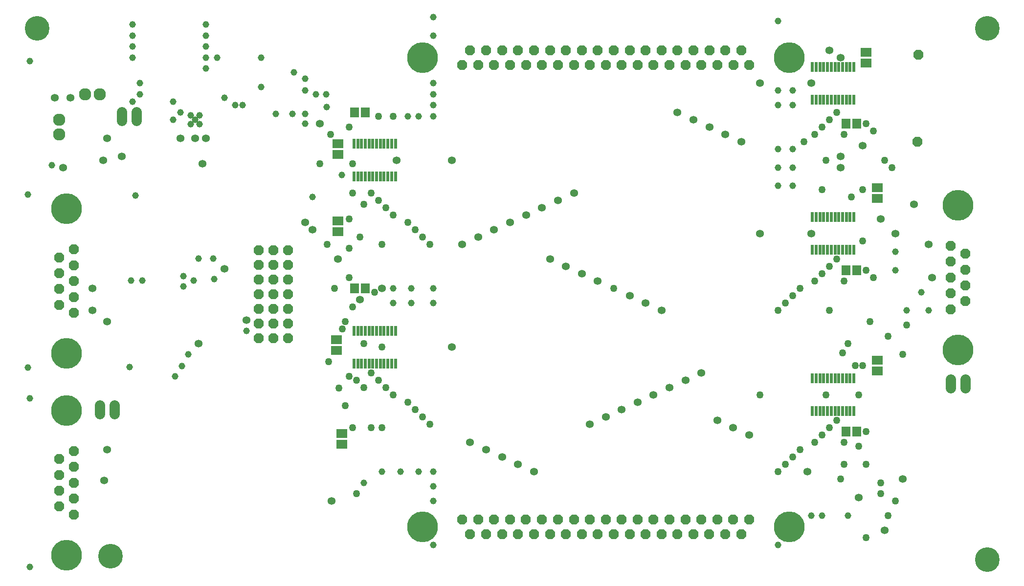
<source format=gbs>
G75*
%MOIN*%
%OFA0B0*%
%FSLAX25Y25*%
%IPPOS*%
%LPD*%
%AMOC8*
5,1,8,0,0,1.08239X$1,22.5*
%
%ADD10OC8,0.06984*%
%ADD11C,0.20984*%
%ADD12R,0.07283X0.06102*%
%ADD13R,0.02384X0.06784*%
%ADD14C,0.08384*%
%ADD15R,0.06102X0.06890*%
%ADD16C,0.06984*%
%ADD17C,0.04953*%
%ADD18C,0.05346*%
%ADD19C,0.04559*%
%ADD20C,0.16795*%
D10*
X0081800Y0092235D03*
X0071800Y0097635D03*
X0081800Y0103035D03*
X0071800Y0108435D03*
X0081800Y0113835D03*
X0071800Y0119235D03*
X0081800Y0124635D03*
X0071800Y0130035D03*
X0081800Y0135435D03*
X0207800Y0212335D03*
X0217800Y0212335D03*
X0227800Y0212335D03*
X0227800Y0222335D03*
X0217800Y0222335D03*
X0207800Y0222335D03*
X0207800Y0232335D03*
X0207800Y0242335D03*
X0217800Y0242335D03*
X0227800Y0242335D03*
X0227800Y0232335D03*
X0217800Y0232335D03*
X0217800Y0252335D03*
X0207800Y0252335D03*
X0207800Y0262335D03*
X0217800Y0262335D03*
X0227800Y0262335D03*
X0227800Y0272335D03*
X0217800Y0272335D03*
X0207800Y0272335D03*
X0227800Y0252335D03*
X0081800Y0251337D03*
X0071800Y0256737D03*
X0081800Y0262137D03*
X0071800Y0267537D03*
X0081800Y0272937D03*
X0071800Y0245937D03*
X0081800Y0240537D03*
X0071800Y0235137D03*
X0081800Y0229737D03*
X0346499Y0088833D03*
X0357299Y0088833D03*
X0368199Y0088833D03*
X0379099Y0088833D03*
X0389899Y0088833D03*
X0400799Y0088833D03*
X0411699Y0088833D03*
X0422599Y0088833D03*
X0433399Y0088833D03*
X0444299Y0088833D03*
X0455199Y0088833D03*
X0465999Y0088833D03*
X0476899Y0088833D03*
X0487799Y0088833D03*
X0498599Y0088833D03*
X0509499Y0088833D03*
X0520399Y0088833D03*
X0531199Y0088833D03*
X0542099Y0088833D03*
X0536699Y0078833D03*
X0525799Y0078833D03*
X0514899Y0078833D03*
X0504099Y0078833D03*
X0493199Y0078833D03*
X0482299Y0078833D03*
X0471499Y0078833D03*
X0460599Y0078833D03*
X0449699Y0078833D03*
X0438899Y0078833D03*
X0427999Y0078833D03*
X0417099Y0078833D03*
X0406299Y0078833D03*
X0395399Y0078833D03*
X0384499Y0078833D03*
X0373599Y0078833D03*
X0362799Y0078833D03*
X0351899Y0078833D03*
X0679301Y0232236D03*
X0689301Y0237636D03*
X0679301Y0243036D03*
X0689301Y0248436D03*
X0679301Y0253836D03*
X0689301Y0259236D03*
X0679301Y0264636D03*
X0689301Y0270036D03*
X0679301Y0275436D03*
X0656800Y0346335D03*
X0657300Y0405835D03*
X0542099Y0398835D03*
X0531299Y0398835D03*
X0536699Y0408835D03*
X0525799Y0408835D03*
X0514999Y0408835D03*
X0504099Y0408835D03*
X0493199Y0408835D03*
X0487799Y0398835D03*
X0476899Y0398835D03*
X0465999Y0398835D03*
X0460599Y0408835D03*
X0449699Y0408835D03*
X0438899Y0408835D03*
X0444299Y0398835D03*
X0433399Y0398835D03*
X0422599Y0398835D03*
X0411699Y0398835D03*
X0406299Y0408835D03*
X0417099Y0408835D03*
X0427999Y0408835D03*
X0400799Y0398835D03*
X0389999Y0398835D03*
X0379099Y0398835D03*
X0368199Y0398835D03*
X0357399Y0398835D03*
X0362799Y0408835D03*
X0351899Y0408835D03*
X0346499Y0398835D03*
X0373699Y0408835D03*
X0384499Y0408835D03*
X0395399Y0408835D03*
X0455199Y0398835D03*
X0471499Y0408835D03*
X0482399Y0408835D03*
X0498699Y0398835D03*
X0509499Y0398835D03*
X0520399Y0398835D03*
D11*
X0569299Y0403835D03*
X0684301Y0303136D03*
X0684301Y0204536D03*
X0569299Y0083833D03*
X0319299Y0083833D03*
X0076800Y0064535D03*
X0076800Y0163135D03*
X0076800Y0202037D03*
X0076800Y0300637D03*
X0319299Y0403835D03*
D12*
X0261800Y0345074D03*
X0261800Y0337593D03*
X0261801Y0292576D03*
X0261801Y0285096D03*
X0260799Y0211573D03*
X0260799Y0204093D03*
X0264302Y0147576D03*
X0264302Y0140096D03*
X0629301Y0190096D03*
X0629301Y0197576D03*
X0629299Y0307593D03*
X0629299Y0315073D03*
X0621801Y0400094D03*
X0621801Y0407574D03*
D13*
X0613399Y0397437D03*
X0610799Y0397437D03*
X0608299Y0397437D03*
X0605699Y0397437D03*
X0603099Y0397437D03*
X0600599Y0397437D03*
X0597999Y0397437D03*
X0595499Y0397437D03*
X0592899Y0397437D03*
X0590299Y0397437D03*
X0587799Y0397437D03*
X0585199Y0397437D03*
X0585199Y0375237D03*
X0587799Y0375237D03*
X0590299Y0375237D03*
X0592899Y0375237D03*
X0595499Y0375237D03*
X0597999Y0375237D03*
X0600599Y0375237D03*
X0603099Y0375237D03*
X0605699Y0375237D03*
X0608299Y0375237D03*
X0610799Y0375237D03*
X0613399Y0375237D03*
X0613398Y0294937D03*
X0610798Y0294937D03*
X0608298Y0294937D03*
X0605698Y0294937D03*
X0603098Y0294937D03*
X0600598Y0294937D03*
X0597998Y0294937D03*
X0595498Y0294937D03*
X0592898Y0294937D03*
X0590298Y0294937D03*
X0587798Y0294937D03*
X0585198Y0294937D03*
X0585198Y0272737D03*
X0587798Y0272737D03*
X0590298Y0272737D03*
X0592898Y0272737D03*
X0595498Y0272737D03*
X0597998Y0272737D03*
X0600598Y0272737D03*
X0603098Y0272737D03*
X0605698Y0272737D03*
X0608298Y0272737D03*
X0610798Y0272737D03*
X0613398Y0272737D03*
X0613398Y0184937D03*
X0610798Y0184937D03*
X0608298Y0184937D03*
X0605698Y0184937D03*
X0603098Y0184937D03*
X0600598Y0184937D03*
X0597998Y0184937D03*
X0595498Y0184937D03*
X0592898Y0184937D03*
X0590298Y0184937D03*
X0587798Y0184937D03*
X0585198Y0184937D03*
X0585198Y0162737D03*
X0587798Y0162737D03*
X0590298Y0162737D03*
X0592898Y0162737D03*
X0595498Y0162737D03*
X0597998Y0162737D03*
X0600598Y0162737D03*
X0603098Y0162737D03*
X0605698Y0162737D03*
X0608298Y0162737D03*
X0610798Y0162737D03*
X0613398Y0162737D03*
X0300902Y0195233D03*
X0298302Y0195233D03*
X0295802Y0195233D03*
X0293202Y0195233D03*
X0290602Y0195233D03*
X0288102Y0195233D03*
X0285502Y0195233D03*
X0283002Y0195233D03*
X0280402Y0195233D03*
X0277802Y0195233D03*
X0275302Y0195233D03*
X0272702Y0195233D03*
X0272702Y0217433D03*
X0275302Y0217433D03*
X0277802Y0217433D03*
X0280402Y0217433D03*
X0283002Y0217433D03*
X0285502Y0217433D03*
X0288102Y0217433D03*
X0290602Y0217433D03*
X0293202Y0217433D03*
X0295802Y0217433D03*
X0298302Y0217433D03*
X0300902Y0217433D03*
X0300902Y0322736D03*
X0298302Y0322736D03*
X0295802Y0322736D03*
X0293202Y0322736D03*
X0290602Y0322736D03*
X0288102Y0322736D03*
X0285502Y0322736D03*
X0283002Y0322736D03*
X0280402Y0322736D03*
X0277802Y0322736D03*
X0275302Y0322736D03*
X0272702Y0322736D03*
X0272702Y0344936D03*
X0275302Y0344936D03*
X0277802Y0344936D03*
X0280402Y0344936D03*
X0283002Y0344936D03*
X0285502Y0344936D03*
X0288102Y0344936D03*
X0290602Y0344936D03*
X0293202Y0344936D03*
X0295802Y0344936D03*
X0298302Y0344936D03*
X0300902Y0344936D03*
D14*
X0099301Y0378833D03*
X0089301Y0378833D03*
X0071799Y0361334D03*
X0071799Y0351334D03*
D15*
X0273061Y0366335D03*
X0280541Y0366335D03*
X0280541Y0246336D03*
X0273060Y0246336D03*
X0608062Y0258836D03*
X0615542Y0258836D03*
X0615542Y0358835D03*
X0608062Y0358835D03*
X0608062Y0148835D03*
X0615542Y0148835D03*
D16*
X0679301Y0178336D02*
X0679301Y0184336D01*
X0689301Y0184336D02*
X0689301Y0178336D01*
X0124300Y0360835D02*
X0124300Y0366835D01*
X0114300Y0366835D02*
X0114300Y0360835D01*
X0109301Y0166834D02*
X0109301Y0160834D01*
X0099301Y0160834D02*
X0099301Y0166834D01*
D17*
X0255300Y0196335D03*
X0269300Y0186335D03*
X0274300Y0183835D03*
X0279300Y0178835D03*
X0289300Y0183835D03*
X0284300Y0188835D03*
X0294300Y0178835D03*
X0299300Y0173835D03*
X0309300Y0168835D03*
X0314300Y0163835D03*
X0319300Y0158835D03*
X0324300Y0153835D03*
X0291800Y0151335D03*
X0284300Y0151335D03*
X0271800Y0151335D03*
X0266800Y0166335D03*
X0262300Y0178335D03*
X0279300Y0208835D03*
X0291800Y0206335D03*
X0264800Y0218835D03*
X0266800Y0223835D03*
X0271800Y0233835D03*
X0259300Y0246335D03*
X0269300Y0253835D03*
X0286800Y0243835D03*
X0269300Y0273835D03*
X0276800Y0281335D03*
X0291800Y0276335D03*
X0299300Y0296335D03*
X0294300Y0301335D03*
X0289300Y0306335D03*
X0284300Y0311335D03*
X0279300Y0303835D03*
X0271800Y0311335D03*
X0269300Y0293835D03*
X0254300Y0276335D03*
X0309300Y0291335D03*
X0314300Y0286335D03*
X0319300Y0281335D03*
X0324300Y0276335D03*
X0271800Y0331335D03*
X0249300Y0331335D03*
X0256800Y0351335D03*
X0269300Y0356335D03*
X0289300Y0363835D03*
X0299300Y0363835D03*
X0449700Y0246335D03*
X0561800Y0231335D03*
X0566800Y0236335D03*
X0571800Y0241335D03*
X0576800Y0246335D03*
X0586800Y0251335D03*
X0591800Y0256335D03*
X0596800Y0261335D03*
X0601800Y0266335D03*
X0619300Y0278835D03*
X0621800Y0258835D03*
X0626800Y0253835D03*
X0606800Y0251335D03*
X0596800Y0231335D03*
X0624300Y0223835D03*
X0636800Y0213835D03*
X0649300Y0221335D03*
X0646800Y0201335D03*
X0619300Y0193835D03*
X0614300Y0193835D03*
X0605702Y0202433D03*
X0609300Y0208835D03*
X0616800Y0173835D03*
X0594300Y0173835D03*
X0601800Y0156335D03*
X0596800Y0151335D03*
X0591800Y0146335D03*
X0586800Y0141335D03*
X0576800Y0136335D03*
X0571800Y0131335D03*
X0566800Y0126335D03*
X0561800Y0121335D03*
X0604300Y0116335D03*
X0606800Y0126335D03*
X0621800Y0126335D03*
X0616800Y0138835D03*
X0606800Y0141335D03*
X0621800Y0148835D03*
X0631800Y0113835D03*
X0631800Y0106335D03*
X0641800Y0101335D03*
X0636800Y0091335D03*
X0621800Y0076335D03*
X0549300Y0173835D03*
X0611800Y0308835D03*
X0619300Y0313835D03*
X0634300Y0333835D03*
X0639300Y0328835D03*
X0626800Y0353835D03*
X0621800Y0358835D03*
X0606800Y0351335D03*
X0596800Y0361335D03*
X0601800Y0366335D03*
X0591800Y0356335D03*
X0586800Y0351335D03*
X0579300Y0346335D03*
X0594300Y0333835D03*
X0591800Y0313835D03*
X0274300Y0106335D03*
D18*
X0257300Y0101335D03*
X0351900Y0141335D03*
X0362800Y0136335D03*
X0373600Y0131335D03*
X0384475Y0126310D03*
X0395425Y0121335D03*
X0433400Y0153835D03*
X0444300Y0158835D03*
X0455200Y0163835D03*
X0466000Y0168835D03*
X0476900Y0173835D03*
X0487800Y0178835D03*
X0498650Y0183835D03*
X0509475Y0188810D03*
X0520400Y0156335D03*
X0531200Y0151335D03*
X0542100Y0146335D03*
X0581800Y0121335D03*
X0616800Y0103835D03*
X0646800Y0116335D03*
X0634300Y0081335D03*
X0482375Y0231335D03*
X0471500Y0236335D03*
X0460600Y0241335D03*
X0438900Y0251310D03*
X0428000Y0256335D03*
X0417100Y0261335D03*
X0406300Y0266335D03*
X0368200Y0286335D03*
X0357400Y0281310D03*
X0346475Y0276335D03*
X0379100Y0291335D03*
X0390000Y0296335D03*
X0400825Y0301335D03*
X0411700Y0306335D03*
X0422600Y0311335D03*
X0339300Y0333835D03*
X0301800Y0333835D03*
X0249300Y0358835D03*
X0171800Y0348835D03*
X0164300Y0348835D03*
X0154300Y0348835D03*
X0169300Y0331335D03*
X0114300Y0336335D03*
X0101800Y0333835D03*
X0104300Y0348835D03*
X0074300Y0328835D03*
X0079300Y0376335D03*
X0068800Y0376335D03*
X0239300Y0291335D03*
X0244300Y0286335D03*
X0261800Y0266335D03*
X0291800Y0246335D03*
X0276800Y0238835D03*
X0339300Y0206335D03*
X0199300Y0224835D03*
X0166800Y0208835D03*
X0104300Y0223835D03*
X0094300Y0231335D03*
X0094300Y0246335D03*
X0184300Y0259835D03*
X0104300Y0136335D03*
X0102300Y0115335D03*
X0515000Y0356335D03*
X0525775Y0351310D03*
X0536700Y0346335D03*
X0504075Y0361335D03*
X0493200Y0366310D03*
X0549300Y0386335D03*
X0584300Y0386335D03*
X0604300Y0403835D03*
X0596800Y0408835D03*
X0619300Y0343835D03*
X0604300Y0336335D03*
X0604300Y0328835D03*
X0654300Y0303835D03*
X0631800Y0293835D03*
X0641800Y0283835D03*
X0664300Y0276335D03*
X0666800Y0253835D03*
X0584300Y0283835D03*
X0549300Y0283835D03*
D19*
X0051800Y0056335D03*
X0051800Y0171335D03*
X0050300Y0192335D03*
X0119800Y0192835D03*
X0150800Y0186335D03*
X0155300Y0193335D03*
X0159800Y0201335D03*
X0199300Y0217335D03*
X0156300Y0247835D03*
X0163300Y0251835D03*
X0156300Y0254835D03*
X0166800Y0266835D03*
X0176800Y0266835D03*
X0177300Y0252835D03*
X0128300Y0251835D03*
X0120800Y0251835D03*
X0123800Y0309835D03*
X0066800Y0330335D03*
X0050300Y0310335D03*
X0149300Y0361335D03*
X0154300Y0366335D03*
X0161300Y0364335D03*
X0164300Y0361335D03*
X0167300Y0364335D03*
X0167300Y0358335D03*
X0161300Y0358335D03*
X0149300Y0373835D03*
X0126800Y0378835D03*
X0121800Y0373835D03*
X0126800Y0386335D03*
X0121800Y0403835D03*
X0121800Y0411335D03*
X0121800Y0418835D03*
X0121800Y0426335D03*
X0171800Y0426335D03*
X0171800Y0418835D03*
X0171800Y0411335D03*
X0171800Y0403835D03*
X0179300Y0403835D03*
X0171800Y0396335D03*
X0184300Y0376335D03*
X0191800Y0371335D03*
X0196800Y0371335D03*
X0209300Y0383835D03*
X0209300Y0403835D03*
X0231800Y0393835D03*
X0239300Y0389335D03*
X0239300Y0381335D03*
X0246800Y0378835D03*
X0253800Y0378835D03*
X0254050Y0370085D03*
X0239300Y0365335D03*
X0239300Y0358835D03*
X0230800Y0365335D03*
X0219300Y0365335D03*
X0264300Y0323835D03*
X0244300Y0308835D03*
X0309300Y0363835D03*
X0316800Y0363835D03*
X0326800Y0363835D03*
X0326800Y0371335D03*
X0326800Y0378835D03*
X0326800Y0386335D03*
X0326800Y0418835D03*
X0326800Y0431335D03*
X0561800Y0428835D03*
X0561800Y0381335D03*
X0571800Y0381335D03*
X0571800Y0371335D03*
X0561800Y0371335D03*
X0561800Y0341335D03*
X0571800Y0341335D03*
X0571800Y0328835D03*
X0561800Y0328835D03*
X0561800Y0316335D03*
X0571800Y0316335D03*
X0641800Y0271335D03*
X0641800Y0258835D03*
X0659300Y0243835D03*
X0664300Y0231335D03*
X0649300Y0231335D03*
X0609300Y0091335D03*
X0591800Y0091335D03*
X0584300Y0091335D03*
X0561800Y0071335D03*
X0326800Y0071335D03*
X0326800Y0101335D03*
X0326800Y0111335D03*
X0326800Y0121335D03*
X0316800Y0121335D03*
X0304300Y0121335D03*
X0291800Y0121335D03*
X0279300Y0113835D03*
X0299300Y0236335D03*
X0299300Y0246335D03*
X0311800Y0246335D03*
X0326800Y0246335D03*
X0326800Y0236335D03*
X0311800Y0236335D03*
X0051800Y0401335D03*
D20*
X0056800Y0423835D03*
X0106800Y0063835D03*
X0704300Y0061335D03*
X0704300Y0423835D03*
M02*

</source>
